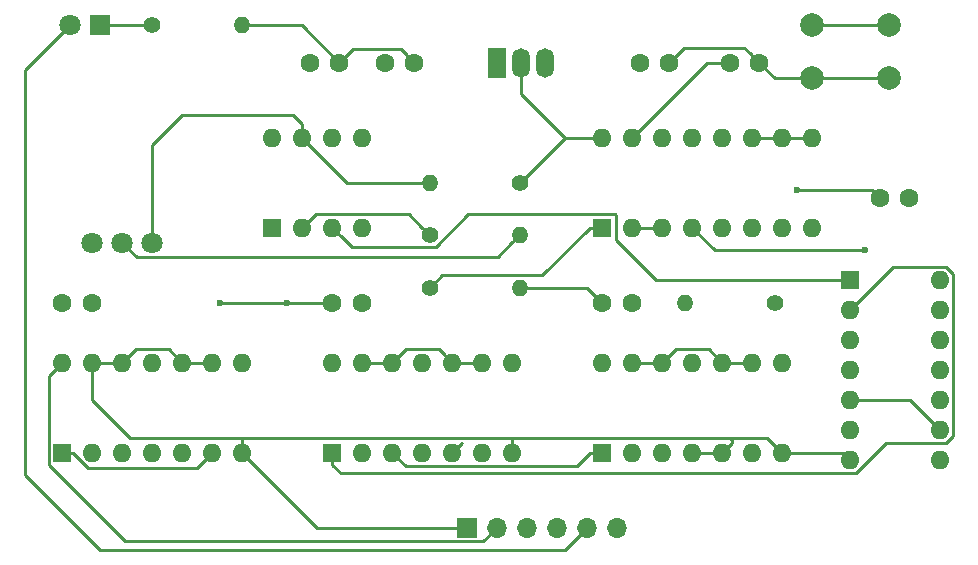
<source format=gbr>
G04 #@! TF.GenerationSoftware,KiCad,Pcbnew,(5.1.4-0-10_14)*
G04 #@! TF.CreationDate,2019-12-07T10:25:11-08:00*
G04 #@! TF.ProjectId,slow-clock,736c6f77-2d63-46c6-9f63-6b2e6b696361,rev?*
G04 #@! TF.SameCoordinates,Original*
G04 #@! TF.FileFunction,Copper,L2,Bot*
G04 #@! TF.FilePolarity,Positive*
%FSLAX46Y46*%
G04 Gerber Fmt 4.6, Leading zero omitted, Abs format (unit mm)*
G04 Created by KiCad (PCBNEW (5.1.4-0-10_14)) date 2019-12-07 10:25:11*
%MOMM*%
%LPD*%
G04 APERTURE LIST*
%ADD10R,1.500000X2.500000*%
%ADD11O,1.500000X2.500000*%
%ADD12O,1.400000X1.400000*%
%ADD13C,1.400000*%
%ADD14C,1.600000*%
%ADD15R,1.800000X1.800000*%
%ADD16C,1.800000*%
%ADD17R,1.700000X1.700000*%
%ADD18O,1.700000X1.700000*%
%ADD19C,2.000000*%
%ADD20R,1.600000X1.600000*%
%ADD21O,1.600000X1.600000*%
%ADD22C,0.600000*%
%ADD23C,0.250000*%
G04 APERTURE END LIST*
D10*
X64770000Y-26670000D03*
D11*
X66770000Y-26670000D03*
X68770000Y-26670000D03*
D12*
X59055000Y-36830000D03*
D13*
X66675000Y-36830000D03*
D12*
X66675000Y-41275000D03*
D13*
X59055000Y-41275000D03*
D12*
X80645000Y-46990000D03*
D13*
X88265000Y-46990000D03*
D12*
X66675000Y-45720000D03*
D13*
X59055000Y-45720000D03*
D12*
X43180000Y-23495000D03*
D13*
X35560000Y-23495000D03*
D14*
X57745000Y-26670000D03*
X55245000Y-26670000D03*
X48895000Y-26670000D03*
X51395000Y-26670000D03*
X84455000Y-26670000D03*
X86955000Y-26670000D03*
X53300000Y-46990000D03*
X50800000Y-46990000D03*
X76835000Y-26670000D03*
X79335000Y-26670000D03*
X76160000Y-46990000D03*
X73660000Y-46990000D03*
X27940000Y-46990000D03*
X30440000Y-46990000D03*
X99655000Y-38100000D03*
X97155000Y-38100000D03*
D15*
X31115000Y-23495000D03*
D16*
X28575000Y-23495000D03*
D17*
X62230000Y-66040000D03*
D18*
X64770000Y-66040000D03*
X67310000Y-66040000D03*
X69850000Y-66040000D03*
X72390000Y-66040000D03*
X74930000Y-66040000D03*
D16*
X30480000Y-41910000D03*
X33020000Y-41910000D03*
X35560000Y-41910000D03*
D19*
X91440000Y-27995000D03*
X91440000Y-23495000D03*
X97940000Y-27995000D03*
X97940000Y-23495000D03*
D20*
X45720000Y-40640000D03*
D21*
X53340000Y-33020000D03*
X48260000Y-40640000D03*
X50800000Y-33020000D03*
X50800000Y-40640000D03*
X48260000Y-33020000D03*
X53340000Y-40640000D03*
X45720000Y-33020000D03*
D20*
X94615000Y-45085000D03*
D21*
X102235000Y-60325000D03*
X94615000Y-47625000D03*
X102235000Y-57785000D03*
X94615000Y-50165000D03*
X102235000Y-55245000D03*
X94615000Y-52705000D03*
X102235000Y-52705000D03*
X94615000Y-55245000D03*
X102235000Y-50165000D03*
X94615000Y-57785000D03*
X102235000Y-47625000D03*
X94615000Y-60325000D03*
X102235000Y-45085000D03*
X50800000Y-52070000D03*
X66040000Y-59690000D03*
X53340000Y-52070000D03*
X63500000Y-59690000D03*
X55880000Y-52070000D03*
X60960000Y-59690000D03*
X58420000Y-52070000D03*
X58420000Y-59690000D03*
X60960000Y-52070000D03*
X55880000Y-59690000D03*
X63500000Y-52070000D03*
X53340000Y-59690000D03*
X66040000Y-52070000D03*
D20*
X50800000Y-59690000D03*
X73660000Y-40640000D03*
D21*
X91440000Y-33020000D03*
X76200000Y-40640000D03*
X88900000Y-33020000D03*
X78740000Y-40640000D03*
X86360000Y-33020000D03*
X81280000Y-40640000D03*
X83820000Y-33020000D03*
X83820000Y-40640000D03*
X81280000Y-33020000D03*
X86360000Y-40640000D03*
X78740000Y-33020000D03*
X88900000Y-40640000D03*
X76200000Y-33020000D03*
X91440000Y-40640000D03*
X73660000Y-33020000D03*
D20*
X27940000Y-59690000D03*
D21*
X43180000Y-52070000D03*
X30480000Y-59690000D03*
X40640000Y-52070000D03*
X33020000Y-59690000D03*
X38100000Y-52070000D03*
X35560000Y-59690000D03*
X35560000Y-52070000D03*
X38100000Y-59690000D03*
X33020000Y-52070000D03*
X40640000Y-59690000D03*
X30480000Y-52070000D03*
X43180000Y-59690000D03*
X27940000Y-52070000D03*
X73660000Y-52070000D03*
X88900000Y-59690000D03*
X76200000Y-52070000D03*
X86360000Y-59690000D03*
X78740000Y-52070000D03*
X83820000Y-59690000D03*
X81280000Y-52070000D03*
X81280000Y-59690000D03*
X83820000Y-52070000D03*
X78740000Y-59690000D03*
X86360000Y-52070000D03*
X76200000Y-59690000D03*
X88900000Y-52070000D03*
D20*
X73660000Y-59690000D03*
D22*
X94615000Y-50165000D03*
X90170000Y-37465000D03*
X46990000Y-46990000D03*
X41275000Y-46990000D03*
X95885000Y-42545000D03*
X95885000Y-42545000D03*
D23*
X49530000Y-66040000D02*
X43180000Y-59690000D01*
X62230000Y-66040000D02*
X49530000Y-66040000D01*
X30480000Y-52070000D02*
X30480000Y-55245000D01*
X30480000Y-55245000D02*
X33655000Y-58420000D01*
X87630000Y-58420000D02*
X88900000Y-59690000D01*
X93980000Y-59690000D02*
X94615000Y-60325000D01*
X88900000Y-59690000D02*
X93980000Y-59690000D01*
X43180000Y-58558630D02*
X43180000Y-58420000D01*
X43180000Y-59690000D02*
X43180000Y-58558630D01*
X33655000Y-58420000D02*
X43180000Y-58420000D01*
X66040000Y-58558630D02*
X66040000Y-58420000D01*
X66040000Y-59690000D02*
X66040000Y-58558630D01*
X43180000Y-58420000D02*
X66040000Y-58420000D01*
X30480000Y-52070000D02*
X33020000Y-52070000D01*
X33819999Y-51270001D02*
X33020000Y-52070000D01*
X34145001Y-50944999D02*
X33819999Y-51270001D01*
X36974999Y-50944999D02*
X34145001Y-50944999D01*
X38100000Y-52070000D02*
X36974999Y-50944999D01*
X38100000Y-52070000D02*
X40640000Y-52070000D01*
X53340000Y-52070000D02*
X55880000Y-52070000D01*
X59834999Y-50944999D02*
X60160001Y-51270001D01*
X60160001Y-51270001D02*
X60960000Y-52070000D01*
X57005001Y-50944999D02*
X59834999Y-50944999D01*
X55880000Y-52070000D02*
X57005001Y-50944999D01*
X60960000Y-52070000D02*
X63500000Y-52070000D01*
X99695000Y-55245000D02*
X102235000Y-57785000D01*
X94615000Y-55245000D02*
X99695000Y-55245000D01*
X86360000Y-33020000D02*
X88900000Y-33020000D01*
X88900000Y-33020000D02*
X91440000Y-33020000D01*
X48220000Y-23495000D02*
X51395000Y-26670000D01*
X43180000Y-23495000D02*
X48220000Y-23495000D01*
X56945001Y-25870001D02*
X57745000Y-26670000D01*
X56619999Y-25544999D02*
X56945001Y-25870001D01*
X52520001Y-25544999D02*
X56619999Y-25544999D01*
X51395000Y-26670000D02*
X52520001Y-25544999D01*
X86155001Y-25870001D02*
X86955000Y-26670000D01*
X85685000Y-25400000D02*
X86155001Y-25870001D01*
X80605000Y-25400000D02*
X85685000Y-25400000D01*
X79335000Y-26670000D02*
X80605000Y-25400000D01*
X88280000Y-27995000D02*
X91440000Y-27995000D01*
X86955000Y-26670000D02*
X88280000Y-27995000D01*
X91440000Y-27995000D02*
X97940000Y-27995000D01*
X86360000Y-52070000D02*
X83820000Y-52070000D01*
X79539999Y-51270001D02*
X78740000Y-52070000D01*
X79865001Y-50944999D02*
X79539999Y-51270001D01*
X82694999Y-50944999D02*
X79865001Y-50944999D01*
X83820000Y-52070000D02*
X82694999Y-50944999D01*
X78740000Y-52070000D02*
X76200000Y-52070000D01*
X81280000Y-59690000D02*
X83820000Y-59690000D01*
X84619999Y-58890001D02*
X84619999Y-58584999D01*
X84619999Y-58584999D02*
X84455000Y-58420000D01*
X83820000Y-59690000D02*
X84619999Y-58890001D01*
X84455000Y-58420000D02*
X87630000Y-58420000D01*
X66040000Y-58420000D02*
X84455000Y-58420000D01*
X52070000Y-36830000D02*
X48260000Y-33020000D01*
X59055000Y-36830000D02*
X52070000Y-36830000D01*
X48260000Y-31888630D02*
X47486370Y-31115000D01*
X48260000Y-33020000D02*
X48260000Y-31888630D01*
X47486370Y-31115000D02*
X38100000Y-31115000D01*
X38100000Y-31115000D02*
X35560000Y-33655000D01*
X35560000Y-33655000D02*
X35560000Y-41910000D01*
X82550000Y-26670000D02*
X84455000Y-26670000D01*
X76200000Y-33020000D02*
X82550000Y-26670000D01*
X27140001Y-52869999D02*
X27940000Y-52070000D01*
X26814999Y-53195001D02*
X27140001Y-52869999D01*
X26814999Y-60750001D02*
X26814999Y-53195001D01*
X33279999Y-67215001D02*
X26814999Y-60750001D01*
X63594999Y-67215001D02*
X33279999Y-67215001D01*
X64770000Y-66040000D02*
X63594999Y-67215001D01*
X70485000Y-33020000D02*
X66675000Y-36830000D01*
X73660000Y-33020000D02*
X70485000Y-33020000D01*
X66770000Y-29305000D02*
X66770000Y-26670000D01*
X70485000Y-33020000D02*
X66770000Y-29305000D01*
X72390000Y-45720000D02*
X73660000Y-46990000D01*
X66675000Y-45720000D02*
X72390000Y-45720000D01*
X76200000Y-40640000D02*
X78740000Y-40640000D01*
X96520000Y-37465000D02*
X97155000Y-38100000D01*
X90170000Y-37465000D02*
X96520000Y-37465000D01*
X50800000Y-46990000D02*
X46990000Y-46990000D01*
X46990000Y-46990000D02*
X41275000Y-46990000D01*
X41275000Y-46990000D02*
X41275000Y-46990000D01*
X31115000Y-23495000D02*
X35560000Y-23495000D01*
X24765000Y-27305000D02*
X24765000Y-61595000D01*
X70485000Y-67945000D02*
X72390000Y-66040000D01*
X31115000Y-67945000D02*
X70485000Y-67945000D01*
X24765000Y-61595000D02*
X31115000Y-67945000D01*
X28575000Y-23495000D02*
X24765000Y-27305000D01*
X57294999Y-39514999D02*
X58355001Y-40575001D01*
X49385001Y-39514999D02*
X57294999Y-39514999D01*
X58355001Y-40575001D02*
X59055000Y-41275000D01*
X48260000Y-40640000D02*
X49385001Y-39514999D01*
X65975001Y-41974999D02*
X66675000Y-41275000D01*
X64814999Y-43135001D02*
X65975001Y-41974999D01*
X34245001Y-43135001D02*
X64814999Y-43135001D01*
X33020000Y-41910000D02*
X34245001Y-43135001D01*
X72610000Y-40640000D02*
X73660000Y-40640000D01*
X68555001Y-44694999D02*
X72610000Y-40640000D01*
X60080001Y-44694999D02*
X68555001Y-44694999D01*
X59055000Y-45720000D02*
X60080001Y-44694999D01*
X91440000Y-23495000D02*
X97940000Y-23495000D01*
X52460001Y-42300001D02*
X51599999Y-41439999D01*
X59547001Y-42300001D02*
X52460001Y-42300001D01*
X74720001Y-39514999D02*
X62332003Y-39514999D01*
X74785001Y-41700001D02*
X74785001Y-39579999D01*
X51599999Y-41439999D02*
X50800000Y-40640000D01*
X74785001Y-39579999D02*
X74720001Y-39514999D01*
X78170000Y-45085000D02*
X74785001Y-41700001D01*
X62332003Y-39514999D02*
X59547001Y-42300001D01*
X94615000Y-45085000D02*
X78170000Y-45085000D01*
X98280001Y-43959999D02*
X95414999Y-46825001D01*
X103360001Y-58325001D02*
X103360001Y-44544999D01*
X102775001Y-58910001D02*
X103360001Y-58325001D01*
X95155001Y-61450001D02*
X97695001Y-58910001D01*
X51510001Y-61450001D02*
X95155001Y-61450001D01*
X102775001Y-43959999D02*
X98280001Y-43959999D01*
X103360001Y-44544999D02*
X102775001Y-43959999D01*
X50800000Y-60740000D02*
X51510001Y-61450001D01*
X95414999Y-46825001D02*
X94615000Y-47625000D01*
X97695001Y-58910001D02*
X102775001Y-58910001D01*
X50800000Y-59690000D02*
X50800000Y-60740000D01*
X81280000Y-40640000D02*
X83185000Y-42545000D01*
X83185000Y-42545000D02*
X95885000Y-42545000D01*
X95885000Y-42545000D02*
X95885000Y-42545000D01*
X95885000Y-42545000D02*
X95885000Y-42545000D01*
X60960000Y-59690000D02*
X61759999Y-58890001D01*
X72610000Y-59690000D02*
X73660000Y-59690000D01*
X71484999Y-60815001D02*
X72610000Y-59690000D01*
X57005001Y-60815001D02*
X71484999Y-60815001D01*
X55880000Y-59690000D02*
X57005001Y-60815001D01*
X39370000Y-60960000D02*
X39840001Y-60489999D01*
X30084998Y-60960000D02*
X39370000Y-60960000D01*
X39840001Y-60489999D02*
X40640000Y-59690000D01*
X28814998Y-59690000D02*
X30084998Y-60960000D01*
X27940000Y-59690000D02*
X28814998Y-59690000D01*
M02*

</source>
